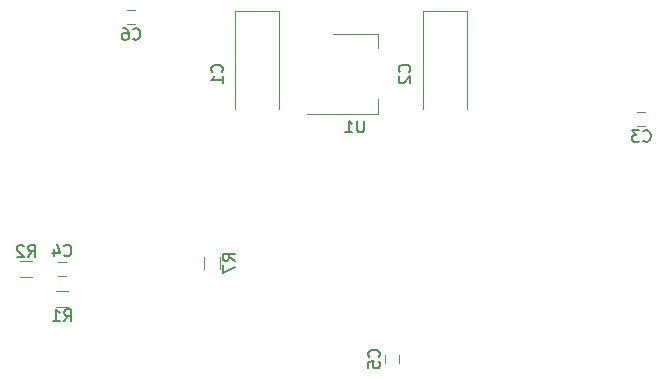
<source format=gbr>
G04 #@! TF.GenerationSoftware,KiCad,Pcbnew,5.0.0*
G04 #@! TF.CreationDate,2018-07-29T15:48:31+02:00*
G04 #@! TF.ProjectId,led_leveldriver,6C65645F6C6576656C6472697665722E,rev?*
G04 #@! TF.SameCoordinates,Original*
G04 #@! TF.FileFunction,Legend,Bot*
G04 #@! TF.FilePolarity,Positive*
%FSLAX46Y46*%
G04 Gerber Fmt 4.6, Leading zero omitted, Abs format (unit mm)*
G04 Created by KiCad (PCBNEW 5.0.0) date Sun Jul 29 15:48:31 2018*
%MOMM*%
%LPD*%
G01*
G04 APERTURE LIST*
%ADD10C,0.120000*%
%ADD11C,0.150000*%
G04 APERTURE END LIST*
D10*
G04 #@! TO.C,C1*
X135834000Y-46450000D02*
X139534000Y-46450000D01*
X139534000Y-46450000D02*
X139534000Y-54750000D01*
X135834000Y-46450000D02*
X135834000Y-54750000D01*
G04 #@! TO.C,C2*
X151709000Y-46450000D02*
X151709000Y-54750000D01*
X155409000Y-46450000D02*
X155409000Y-54750000D01*
X151709000Y-46450000D02*
X155409000Y-46450000D01*
G04 #@! TO.C,C3*
X170558000Y-54960000D02*
X169858000Y-54960000D01*
X169858000Y-56160000D02*
X170558000Y-56160000D01*
G04 #@! TO.C,C4*
X121524000Y-67660000D02*
X120824000Y-67660000D01*
X120824000Y-68860000D02*
X121524000Y-68860000D01*
G04 #@! TO.C,C5*
X148514000Y-75530000D02*
X148514000Y-76230000D01*
X149714000Y-76230000D02*
X149714000Y-75530000D01*
G04 #@! TO.C,R1*
X120674000Y-71480000D02*
X121674000Y-71480000D01*
X121674000Y-70120000D02*
X120674000Y-70120000D01*
G04 #@! TO.C,R2*
X117614000Y-68940000D02*
X118614000Y-68940000D01*
X118614000Y-67580000D02*
X117614000Y-67580000D01*
G04 #@! TO.C,R7*
X134554000Y-68240000D02*
X134554000Y-67240000D01*
X133194000Y-67240000D02*
X133194000Y-68240000D01*
G04 #@! TO.C,U1*
X141864000Y-55160000D02*
X147874000Y-55160000D01*
X144114000Y-48340000D02*
X147874000Y-48340000D01*
X147874000Y-55160000D02*
X147874000Y-53900000D01*
X147874000Y-48340000D02*
X147874000Y-49600000D01*
G04 #@! TO.C,C6*
X126654000Y-47524000D02*
X127354000Y-47524000D01*
X127354000Y-46324000D02*
X126654000Y-46324000D01*
G04 #@! TO.C,C1*
D11*
X134691142Y-51583333D02*
X134738761Y-51535714D01*
X134786380Y-51392857D01*
X134786380Y-51297619D01*
X134738761Y-51154761D01*
X134643523Y-51059523D01*
X134548285Y-51011904D01*
X134357809Y-50964285D01*
X134214952Y-50964285D01*
X134024476Y-51011904D01*
X133929238Y-51059523D01*
X133834000Y-51154761D01*
X133786380Y-51297619D01*
X133786380Y-51392857D01*
X133834000Y-51535714D01*
X133881619Y-51583333D01*
X134786380Y-52535714D02*
X134786380Y-51964285D01*
X134786380Y-52250000D02*
X133786380Y-52250000D01*
X133929238Y-52154761D01*
X134024476Y-52059523D01*
X134072095Y-51964285D01*
G04 #@! TO.C,C2*
X150566142Y-51583333D02*
X150613761Y-51535714D01*
X150661380Y-51392857D01*
X150661380Y-51297619D01*
X150613761Y-51154761D01*
X150518523Y-51059523D01*
X150423285Y-51011904D01*
X150232809Y-50964285D01*
X150089952Y-50964285D01*
X149899476Y-51011904D01*
X149804238Y-51059523D01*
X149709000Y-51154761D01*
X149661380Y-51297619D01*
X149661380Y-51392857D01*
X149709000Y-51535714D01*
X149756619Y-51583333D01*
X149756619Y-51964285D02*
X149709000Y-52011904D01*
X149661380Y-52107142D01*
X149661380Y-52345238D01*
X149709000Y-52440476D01*
X149756619Y-52488095D01*
X149851857Y-52535714D01*
X149947095Y-52535714D01*
X150089952Y-52488095D01*
X150661380Y-51916666D01*
X150661380Y-52535714D01*
G04 #@! TO.C,C3*
X170374666Y-57417142D02*
X170422285Y-57464761D01*
X170565142Y-57512380D01*
X170660380Y-57512380D01*
X170803238Y-57464761D01*
X170898476Y-57369523D01*
X170946095Y-57274285D01*
X170993714Y-57083809D01*
X170993714Y-56940952D01*
X170946095Y-56750476D01*
X170898476Y-56655238D01*
X170803238Y-56560000D01*
X170660380Y-56512380D01*
X170565142Y-56512380D01*
X170422285Y-56560000D01*
X170374666Y-56607619D01*
X170041333Y-56512380D02*
X169422285Y-56512380D01*
X169755619Y-56893333D01*
X169612761Y-56893333D01*
X169517523Y-56940952D01*
X169469904Y-56988571D01*
X169422285Y-57083809D01*
X169422285Y-57321904D01*
X169469904Y-57417142D01*
X169517523Y-57464761D01*
X169612761Y-57512380D01*
X169898476Y-57512380D01*
X169993714Y-57464761D01*
X170041333Y-57417142D01*
G04 #@! TO.C,C4*
X121340666Y-67117142D02*
X121388285Y-67164761D01*
X121531142Y-67212380D01*
X121626380Y-67212380D01*
X121769238Y-67164761D01*
X121864476Y-67069523D01*
X121912095Y-66974285D01*
X121959714Y-66783809D01*
X121959714Y-66640952D01*
X121912095Y-66450476D01*
X121864476Y-66355238D01*
X121769238Y-66260000D01*
X121626380Y-66212380D01*
X121531142Y-66212380D01*
X121388285Y-66260000D01*
X121340666Y-66307619D01*
X120483523Y-66545714D02*
X120483523Y-67212380D01*
X120721619Y-66164761D02*
X120959714Y-66879047D01*
X120340666Y-66879047D01*
G04 #@! TO.C,C5*
X147971142Y-75713333D02*
X148018761Y-75665714D01*
X148066380Y-75522857D01*
X148066380Y-75427619D01*
X148018761Y-75284761D01*
X147923523Y-75189523D01*
X147828285Y-75141904D01*
X147637809Y-75094285D01*
X147494952Y-75094285D01*
X147304476Y-75141904D01*
X147209238Y-75189523D01*
X147114000Y-75284761D01*
X147066380Y-75427619D01*
X147066380Y-75522857D01*
X147114000Y-75665714D01*
X147161619Y-75713333D01*
X147066380Y-76618095D02*
X147066380Y-76141904D01*
X147542571Y-76094285D01*
X147494952Y-76141904D01*
X147447333Y-76237142D01*
X147447333Y-76475238D01*
X147494952Y-76570476D01*
X147542571Y-76618095D01*
X147637809Y-76665714D01*
X147875904Y-76665714D01*
X147971142Y-76618095D01*
X148018761Y-76570476D01*
X148066380Y-76475238D01*
X148066380Y-76237142D01*
X148018761Y-76141904D01*
X147971142Y-76094285D01*
G04 #@! TO.C,R1*
X121340666Y-72702380D02*
X121674000Y-72226190D01*
X121912095Y-72702380D02*
X121912095Y-71702380D01*
X121531142Y-71702380D01*
X121435904Y-71750000D01*
X121388285Y-71797619D01*
X121340666Y-71892857D01*
X121340666Y-72035714D01*
X121388285Y-72130952D01*
X121435904Y-72178571D01*
X121531142Y-72226190D01*
X121912095Y-72226190D01*
X120388285Y-72702380D02*
X120959714Y-72702380D01*
X120674000Y-72702380D02*
X120674000Y-71702380D01*
X120769238Y-71845238D01*
X120864476Y-71940476D01*
X120959714Y-71988095D01*
G04 #@! TO.C,R2*
X118280666Y-67262380D02*
X118614000Y-66786190D01*
X118852095Y-67262380D02*
X118852095Y-66262380D01*
X118471142Y-66262380D01*
X118375904Y-66310000D01*
X118328285Y-66357619D01*
X118280666Y-66452857D01*
X118280666Y-66595714D01*
X118328285Y-66690952D01*
X118375904Y-66738571D01*
X118471142Y-66786190D01*
X118852095Y-66786190D01*
X117899714Y-66357619D02*
X117852095Y-66310000D01*
X117756857Y-66262380D01*
X117518761Y-66262380D01*
X117423523Y-66310000D01*
X117375904Y-66357619D01*
X117328285Y-66452857D01*
X117328285Y-66548095D01*
X117375904Y-66690952D01*
X117947333Y-67262380D01*
X117328285Y-67262380D01*
G04 #@! TO.C,R7*
X135776380Y-67573333D02*
X135300190Y-67240000D01*
X135776380Y-67001904D02*
X134776380Y-67001904D01*
X134776380Y-67382857D01*
X134824000Y-67478095D01*
X134871619Y-67525714D01*
X134966857Y-67573333D01*
X135109714Y-67573333D01*
X135204952Y-67525714D01*
X135252571Y-67478095D01*
X135300190Y-67382857D01*
X135300190Y-67001904D01*
X134776380Y-67906666D02*
X134776380Y-68573333D01*
X135776380Y-68144761D01*
G04 #@! TO.C,U1*
X146725904Y-55702380D02*
X146725904Y-56511904D01*
X146678285Y-56607142D01*
X146630666Y-56654761D01*
X146535428Y-56702380D01*
X146344952Y-56702380D01*
X146249714Y-56654761D01*
X146202095Y-56607142D01*
X146154476Y-56511904D01*
X146154476Y-55702380D01*
X145154476Y-56702380D02*
X145725904Y-56702380D01*
X145440190Y-56702380D02*
X145440190Y-55702380D01*
X145535428Y-55845238D01*
X145630666Y-55940476D01*
X145725904Y-55988095D01*
G04 #@! TO.C,C6*
X127170666Y-48781142D02*
X127218285Y-48828761D01*
X127361142Y-48876380D01*
X127456380Y-48876380D01*
X127599238Y-48828761D01*
X127694476Y-48733523D01*
X127742095Y-48638285D01*
X127789714Y-48447809D01*
X127789714Y-48304952D01*
X127742095Y-48114476D01*
X127694476Y-48019238D01*
X127599238Y-47924000D01*
X127456380Y-47876380D01*
X127361142Y-47876380D01*
X127218285Y-47924000D01*
X127170666Y-47971619D01*
X126313523Y-47876380D02*
X126504000Y-47876380D01*
X126599238Y-47924000D01*
X126646857Y-47971619D01*
X126742095Y-48114476D01*
X126789714Y-48304952D01*
X126789714Y-48685904D01*
X126742095Y-48781142D01*
X126694476Y-48828761D01*
X126599238Y-48876380D01*
X126408761Y-48876380D01*
X126313523Y-48828761D01*
X126265904Y-48781142D01*
X126218285Y-48685904D01*
X126218285Y-48447809D01*
X126265904Y-48352571D01*
X126313523Y-48304952D01*
X126408761Y-48257333D01*
X126599238Y-48257333D01*
X126694476Y-48304952D01*
X126742095Y-48352571D01*
X126789714Y-48447809D01*
G04 #@! TD*
M02*

</source>
